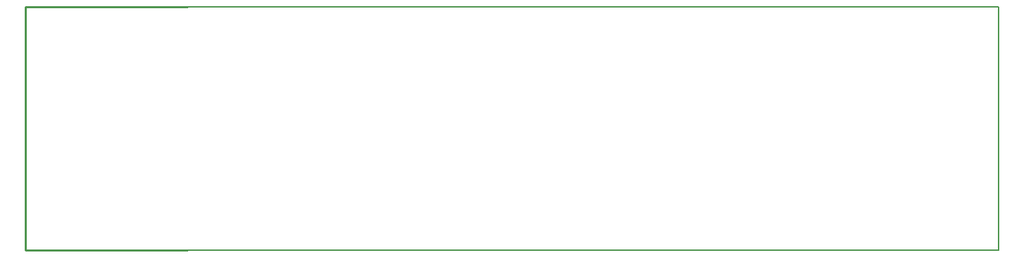
<source format=gko>
G04*
G04 #@! TF.GenerationSoftware,Altium Limited,Altium Designer,22.9.1 (49)*
G04*
G04 Layer_Color=16711935*
%FSLAX44Y44*%
%MOMM*%
G71*
G04*
G04 #@! TF.SameCoordinates,82FFAF5D-3DE1-49B7-988C-51480E2A03B1*
G04*
G04*
G04 #@! TF.FilePolarity,Positive*
G04*
G01*
G75*
%ADD12C,0.2540*%
%ADD14C,0.2000*%
D12*
X0Y0D02*
Y300000D01*
Y0D02*
X200000D01*
X0Y300000D02*
X200000D01*
D14*
X1200000D01*
Y0D02*
Y300000D01*
X200000Y0D02*
X1200000D01*
M02*

</source>
